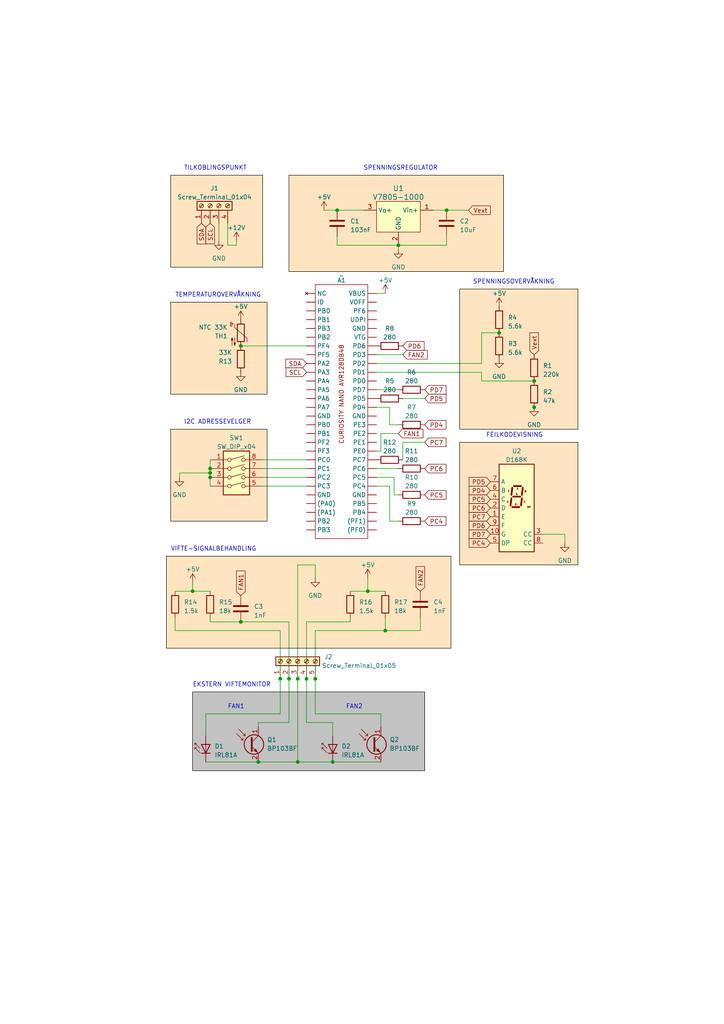
<source format=kicad_sch>
(kicad_sch (version 20230121) (generator eeschema)
  (paper "A4" portrait)
  (lib_symbols
    (symbol "Connector:Screw_Terminal_01x04" (pin_names (offset 1.016) hide)
      (property "Reference" "J" (at 0 5.08 0))
      (property "Value" "Screw_Terminal_01x04" (at 0 -7.62 0))
      (symbol "Screw_Terminal_01x04_1_1"
        (rectangle (start -1.27 3.81) (end 1.27 -6.35) (stroke (width 0.254)) (fill (type background)))
        (circle (center 0 -5.08) (radius 0.635) (stroke (width 0.1524)))
        (circle (center 0 -2.54) (radius 0.635) (stroke (width 0.1524)))
        (polyline (pts (xy -0.5334 -4.7498) (xy 0.3302 -5.588)) (stroke (width 0.1524)))
        (polyline (pts (xy -0.5334 -2.2098) (xy 0.3302 -3.048)) (stroke (width 0.1524)))
        (polyline (pts (xy -0.5334 0.3302) (xy 0.3302 -0.508)) (stroke (width 0.1524)))
        (polyline (pts (xy -0.5334 2.8702) (xy 0.3302 2.032)) (stroke (width 0.1524)))
        (polyline (pts (xy -0.3556 -4.572) (xy 0.508 -5.4102)) (stroke (width 0.1524)))
        (polyline (pts (xy -0.3556 -2.032) (xy 0.508 -2.8702)) (stroke (width 0.1524)))
        (polyline (pts (xy -0.3556 0.508) (xy 0.508 -0.3302)) (stroke (width 0.1524)))
        (polyline (pts (xy -0.3556 3.048) (xy 0.508 2.2098)) (stroke (width 0.1524)))
        (circle (center 0 0) (radius 0.635) (stroke (width 0.1524)))
        (circle (center 0 2.54) (radius 0.635) (stroke (width 0.1524)))
        (pin passive line (at -5.08 2.54 0) (length 3.81) (name "Pin_1") (number "1"))
        (pin passive line (at -5.08 0 0) (length 3.81) (name "Pin_2") (number "2"))
        (pin passive line (at -5.08 -2.54 0) (length 3.81) (name "Pin_3") (number "3"))
        (pin passive line (at -5.08 -5.08 0) (length 3.81) (name "Pin_4") (number "4"))
      )
    )
    (symbol "Connector:Screw_Terminal_01x05" (pin_names (offset 1.016) hide)
      (property "Reference" "J" (at 0 7.62 0))
      (property "Value" "Screw_Terminal_01x05" (at 0 -7.62 0))
      (symbol "Screw_Terminal_01x05_1_1"
        (rectangle (start -1.27 6.35) (end 1.27 -6.35) (stroke (width 0.254)) (fill (type background)))
        (circle (center 0 -5.08) (radius 0.635) (stroke (width 0.1524)))
        (circle (center 0 -2.54) (radius 0.635) (stroke (width 0.1524)))
        (polyline (pts (xy -0.5334 -4.7498) (xy 0.3302 -5.588)) (stroke (width 0.1524)))
        (polyline (pts (xy -0.5334 -2.2098) (xy 0.3302 -3.048)) (stroke (width 0.1524)))
        (polyline (pts (xy -0.5334 0.3302) (xy 0.3302 -0.508)) (stroke (width 0.1524)))
        (polyline (pts (xy -0.5334 2.8702) (xy 0.3302 2.032)) (stroke (width 0.1524)))
        (polyline (pts (xy -0.5334 5.4102) (xy 0.3302 4.572)) (stroke (width 0.1524)))
        (polyline (pts (xy -0.3556 -4.572) (xy 0.508 -5.4102)) (stroke (width 0.1524)))
        (polyline (pts (xy -0.3556 -2.032) (xy 0.508 -2.8702)) (stroke (width 0.1524)))
        (polyline (pts (xy -0.3556 0.508) (xy 0.508 -0.3302)) (stroke (width 0.1524)))
        (polyline (pts (xy -0.3556 3.048) (xy 0.508 2.2098)) (stroke (width 0.1524)))
        (polyline (pts (xy -0.3556 5.588) (xy 0.508 4.7498)) (stroke (width 0.1524)))
        (circle (center 0 0) (radius 0.635) (stroke (width 0.1524)))
        (circle (center 0 2.54) (radius 0.635) (stroke (width 0.1524)))
        (circle (center 0 5.08) (radius 0.635) (stroke (width 0.1524)))
        (pin passive line (at -5.08 5.08 0) (length 3.81) (name "Pin_1") (number "1"))
        (pin passive line (at -5.08 2.54 0) (length 3.81) (name "Pin_2") (number "2"))
        (pin passive line (at -5.08 0 0) (length 3.81) (name "Pin_3") (number "3"))
        (pin passive line (at -5.08 -2.54 0) (length 3.81) (name "Pin_4") (number "4"))
        (pin passive line (at -5.08 -5.08 0) (length 3.81) (name "Pin_5") (number "5"))
      )
    )
    (symbol "Device:C" (pin_numbers hide) (pin_names (offset 0.254))
      (property "Reference" "C" (at 0.635 2.54 0))
      (property "Value" "C" (at 0.635 -2.54 0))
      (symbol "C_0_1"
        (polyline (pts (xy -2.032 -0.762) (xy 2.032 -0.762)) (stroke (width 0.508)))
        (polyline (pts (xy -2.032 0.762) (xy 2.032 0.762)) (stroke (width 0.508)))
      )
      (symbol "C_1_1"
        (pin passive line (at 0 3.81 270) (length 2.794) (name "~") (number "1"))
        (pin passive line (at 0 -3.81 90) (length 2.794) (name "~") (number "2"))
      )
    )
    (symbol "Device:R" (pin_numbers hide) (pin_names (offset 0))
      (property "Reference" "R" (at 2.032 0 90))
      (property "Value" "R" (at 0 0 90))
      (symbol "R_0_1"
        (rectangle (start -1.016 -2.54) (end 1.016 2.54) (stroke (width 0.254)))
      )
      (symbol "R_1_1"
        (pin passive line (at 0 3.81 270) (length 1.27) (name "~") (number "1"))
        (pin passive line (at 0 -3.81 90) (length 1.27) (name "~") (number "2"))
      )
    )
    (symbol "Device:Thermistor_NTC" (pin_numbers hide) (pin_names (offset 0))
      (property "Reference" "TH" (at -4.445 0 90))
      (property "Value" "Thermistor_NTC" (at 3.175 0 90))
      (symbol "Thermistor_NTC_0_1"
        (arc (start -3.048 2.159) (mid -3.0495 2.3143) (end -3.175 2.413))
        (arc (start -3.048 2.159) (mid -2.9736 1.9794) (end -2.794 1.905))
        (arc (start -3.048 2.794) (mid -2.9736 2.6144) (end -2.794 2.54))
        (arc (start -2.794 1.905) (mid -2.6144 1.9794) (end -2.54 2.159))
        (arc (start -2.794 2.54) (mid -2.4393 2.5587) (end -2.159 2.794))
        (arc (start -2.794 3.048) (mid -2.9736 2.9736) (end -3.048 2.794))
        (arc (start -2.54 2.794) (mid -2.6144 2.9736) (end -2.794 3.048))
        (rectangle (start -1.016 2.54) (end 1.016 -2.54) (stroke (width 0.254)))
        (polyline (pts (xy -2.54 2.159) (xy -2.54 2.794)))
        (polyline (pts (xy -1.778 2.54) (xy -1.778 1.524) (xy 1.778 -1.524) (xy 1.778 -2.54)))
        (polyline (pts (xy -2.54 -3.683) (xy -2.54 -1.397) (xy -2.794 -2.159) (xy -2.286 -2.159) (xy -2.54 -1.397) (xy -2.54 -1.651)) (fill (type outline)))
        (polyline (pts (xy -1.778 -1.397) (xy -1.778 -3.683) (xy -2.032 -2.921) (xy -1.524 -2.921) (xy -1.778 -3.683) (xy -1.778 -3.429)) (fill (type outline)))
      )
      (symbol "Thermistor_NTC_1_1"
        (pin passive line (at 0 3.81 270) (length 1.27) (name "~") (number "1"))
        (pin passive line (at 0 -3.81 90) (length 1.27) (name "~") (number "2"))
      )
    )
    (symbol "Display_Character:D168K"
      (property "Reference" "U" (at -2.54 13.97 0))
      (property "Value" "D168K" (at 1.27 13.97 0))
      (symbol "D168K_0_0"
        (text "A" (at 0.254 5.588 0) (effects (font (size 0.508 0.508))))
        (text "B" (at 2.54 4.826 0) (effects (font (size 0.508 0.508))))
        (text "C" (at 2.286 1.778 0) (effects (font (size 0.508 0.508))))
        (text "D" (at -0.254 1.016 0) (effects (font (size 0.508 0.508))))
        (text "DP" (at 3.556 0.254 0) (effects (font (size 0.508 0.508))))
        (text "E" (at -2.54 1.778 0) (effects (font (size 0.508 0.508))))
        (text "F" (at -2.286 4.826 0) (effects (font (size 0.508 0.508))))
        (text "G" (at 0 4.064 0) (effects (font (size 0.508 0.508))))
      )
      (symbol "D168K_0_1"
        (rectangle (start -5.08 12.7) (end 5.08 -12.7) (stroke (width 0.254)) (fill (type background)))
        (polyline (pts (xy -1.524 2.794) (xy -1.778 0.762)) (stroke (width 0.508)))
        (polyline (pts (xy -1.27 0.254) (xy 0.762 0.254)) (stroke (width 0.508)))
        (polyline (pts (xy -1.27 5.842) (xy -1.524 3.81)) (stroke (width 0.508)))
        (polyline (pts (xy -1.016 3.302) (xy 1.016 3.302)) (stroke (width 0.508)))
        (polyline (pts (xy -0.762 6.35) (xy 1.27 6.35)) (stroke (width 0.508)))
        (polyline (pts (xy 1.524 2.794) (xy 1.27 0.762)) (stroke (width 0.508)))
        (polyline (pts (xy 1.778 5.842) (xy 1.524 3.81)) (stroke (width 0.508)))
        (polyline (pts (xy 2.54 0.254) (xy 2.54 0.254)) (stroke (width 0.508)))
      )
      (symbol "D168K_1_1"
        (pin input line (at -7.62 -2.54 0) (length 2.54) (name "E") (number "1"))
        (pin input line (at -7.62 -7.62 0) (length 2.54) (name "G") (number "10"))
        (pin input line (at -7.62 0 0) (length 2.54) (name "D") (number "2"))
        (pin input line (at 7.62 -7.62 180) (length 2.54) (name "CC") (number "3"))
        (pin input line (at -7.62 2.54 0) (length 2.54) (name "C") (number "4"))
        (pin input line (at -7.62 -10.16 0) (length 2.54) (name "DP") (number "5"))
        (pin input line (at -7.62 5.08 0) (length 2.54) (name "B") (number "6"))
        (pin input line (at -7.62 7.62 0) (length 2.54) (name "A") (number "7"))
        (pin input line (at 7.62 -10.16 180) (length 2.54) (name "CC") (number "8"))
        (pin input line (at -7.62 -5.08 0) (length 2.54) (name "F") (number "9"))
      )
    )
    (symbol "LED:IRL81A" (pin_numbers hide) (pin_names (offset 1.016) hide)
      (property "Reference" "D" (at 0.508 1.778 0))
      (property "Value" "IRL81A" (at -1.016 -2.794 0))
      (symbol "IRL81A_0_1"
        (polyline (pts (xy -2.54 0) (xy 0 0)))
        (polyline (pts (xy -2.54 1.27) (xy -2.54 -1.27)) (stroke (width 0.254)))
        (polyline (pts (xy 0.381 3.175) (xy -0.127 3.175)))
        (polyline (pts (xy -1.143 1.651) (xy 0.381 3.175) (xy 0.381 2.667)))
        (polyline (pts (xy 0 -1.27) (xy 0 1.27) (xy -2.54 0) (xy 0 -1.27)) (stroke (width 0.254)))
        (polyline (pts (xy -2.413 1.651) (xy -0.889 3.175) (xy -0.889 2.667) (xy -0.889 3.175) (xy -1.397 3.175)))
      )
      (symbol "IRL81A_1_1"
        (pin passive line (at -5.08 0 0) (length 2.54) (name "K") (number "1"))
        (pin passive line (at 2.54 0 180) (length 2.54) (name "A") (number "2"))
      )
    )
    (symbol "Sensor_Optical:BP103BF" (pin_names (offset 0) hide)
      (property "Reference" "Q" (at 5.08 1.27 0))
      (property "Value" "BP103BF" (at 5.08 -1.27 0))
      (symbol "BP103BF_0_1"
        (polyline (pts (xy -1.905 1.27) (xy -2.54 1.27)))
        (polyline (pts (xy -1.27 2.54) (xy -1.905 2.54)))
        (polyline (pts (xy 0.635 0.635) (xy 2.54 2.54)))
        (polyline (pts (xy -3.81 3.175) (xy -1.905 1.27) (xy -1.905 1.905)))
        (polyline (pts (xy -3.175 4.445) (xy -1.27 2.54) (xy -1.27 3.175)))
        (polyline (pts (xy 0.635 -0.635) (xy 2.54 -2.54) (xy 2.54 -2.54)))
        (polyline (pts (xy 0.635 1.905) (xy 0.635 -1.905) (xy 0.635 -1.905)) (stroke (width 0.508)))
        (polyline (pts (xy 1.27 -1.778) (xy 1.778 -1.27) (xy 2.286 -2.286) (xy 1.27 -1.778) (xy 1.27 -1.778)) (fill (type outline)))
        (circle (center 1.27 0) (radius 2.8194) (stroke (width 0.254)))
      )
      (symbol "BP103BF_1_1"
        (pin passive line (at 2.54 5.08 270) (length 2.54) (name "C") (number "1"))
        (pin passive line (at 2.54 -5.08 90) (length 2.54) (name "E") (number "2"))
      )
    )
    (symbol "Switch:SW_DIP_x04" (pin_names (offset 0) hide)
      (property "Reference" "SW" (at 0 8.89 0))
      (property "Value" "SW_DIP_x04" (at 0 -6.35 0))
      (symbol "SW_DIP_x04_0_0"
        (circle (center -2.032 -2.54) (radius 0.508))
        (circle (center -2.032 0) (radius 0.508))
        (circle (center -2.032 2.54) (radius 0.508))
        (circle (center -2.032 5.08) (radius 0.508))
        (polyline (pts (xy -1.524 -2.3876) (xy 2.3622 -1.3462)))
        (polyline (pts (xy -1.524 0.127) (xy 2.3622 1.1684)))
        (polyline (pts (xy -1.524 2.667) (xy 2.3622 3.7084)))
        (polyline (pts (xy -1.524 5.207) (xy 2.3622 6.2484)))
        (circle (center 2.032 -2.54) (radius 0.508))
        (circle (center 2.032 0) (radius 0.508))
        (circle (center 2.032 2.54) (radius 0.508))
        (circle (center 2.032 5.08) (radius 0.508))
      )
      (symbol "SW_DIP_x04_0_1"
        (rectangle (start -3.81 7.62) (end 3.81 -5.08) (stroke (width 0.254)) (fill (type background)))
      )
      (symbol "SW_DIP_x04_1_1"
        (pin passive line (at -7.62 5.08 0) (length 5.08) (name "~") (number "1"))
        (pin passive line (at -7.62 2.54 0) (length 5.08) (name "~") (number "2"))
        (pin passive line (at -7.62 0 0) (length 5.08) (name "~") (number "3"))
        (pin passive line (at -7.62 -2.54 0) (length 5.08) (name "~") (number "4"))
        (pin passive line (at 7.62 -2.54 180) (length 5.08) (name "~") (number "5"))
        (pin passive line (at 7.62 0 180) (length 5.08) (name "~") (number "6"))
        (pin passive line (at 7.62 2.54 180) (length 5.08) (name "~") (number "7"))
        (pin passive line (at 7.62 5.08 180) (length 5.08) (name "~") (number "8"))
      )
    )
    (symbol "dk_DC-DC-Converters:V7805-1000"
      (property "Reference" "U" (at -6.35 6.35 0))
      (property "Value" "V7805-1000" (at 1.27 -5.08 0))
      (symbol "V7805-1000_0_1"
        (rectangle (start -6.35 5.08) (end 6.35 -3.81) (fill (type background)))
      )
      (symbol "V7805-1000_1_1"
        (pin power_in line (at -10.16 2.54 0) (length 3.81) (name "Vin+") (number "1"))
        (pin power_in line (at 0 -7.62 90) (length 3.81) (name "GND") (number "2"))
        (pin power_out line (at 10.16 2.54 180) (length 3.81) (name "Vo+") (number "3"))
      )
    )
    (symbol "power:+12V" (power) (pin_names (offset 0))
      (property "Value" "+12V" (at 0 3.556 0))
      (symbol "+12V_0_1"
        (polyline (pts (xy -0.762 1.27) (xy 0 2.54)))
        (polyline (pts (xy 0 0) (xy 0 2.54)))
        (polyline (pts (xy 0 2.54) (xy 0.762 1.27)))
      )
      (symbol "+12V_1_1"
        (pin power_in line (at 0 0 90) (length 0) hide (name "+12V") (number "1"))
      )
    )
    (symbol "power:+5V" (power) (pin_names (offset 0))
      (property "Value" "+5V" (at 0 3.556 0))
      (symbol "+5V_0_1"
        (polyline (pts (xy -0.762 1.27) (xy 0 2.54)))
        (polyline (pts (xy 0 0) (xy 0 2.54)))
        (polyline (pts (xy 0 2.54) (xy 0.762 1.27)))
      )
      (symbol "+5V_1_1"
        (pin power_in line (at 0 0 90) (length 0) hide (name "+5V") (number "1"))
      )
    )
    (symbol "power:GND" (power) (pin_names (offset 0))
      (property "Value" "GND" (at 0 -3.81 0))
      (symbol "GND_0_1"
        (polyline (pts (xy 0 0) (xy 0 -1.27) (xy 1.27 -1.27) (xy 0 -2.54) (xy -1.27 -1.27) (xy 0 -1.27)))
      )
      (symbol "GND_1_1"
        (pin power_in line (at 0 0 270) (length 0) hide (name "GND") (number "1"))
      )
    )
    (symbol "projectlib:Curiosity_Nano_AVR128DB48"
      (property "Reference" "A" (at 0 34.29 0))
      (symbol "Curiosity_Nano_AVR128DB48_0_1"
        (rectangle (start -7.62 31.75) (end 7.62 -41.91))
      )
      (symbol "Curiosity_Nano_AVR128DB48_1_1"
        (text "CURIOSITY NANO AVR128DB48" (at 0 0 900) (effects (font (size 1.27 1.27))))
        (pin input line (at -10.16 -31.75 0) (length 2.54) (name "(PA0)") (number ""))
        (pin input line (at -10.16 -34.29 0) (length 2.54) (name "(PA1)") (number ""))
        (pin input line (at 10.16 -39.37 180) (length 2.54) (name "(PF0)") (number ""))
        (pin input line (at 10.16 -36.83 180) (length 2.54) (name "(PF1)") (number ""))
        (pin input line (at -10.16 -29.21 0) (length 2.54) (name "GND") (number ""))
        (pin input line (at -10.16 -6.35 0) (length 2.54) (name "GND") (number ""))
        (pin input line (at 10.16 -29.21 180) (length 2.54) (name "GND") (number ""))
        (pin input line (at 10.16 -6.35 180) (length 2.54) (name "GND") (number ""))
        (pin input line (at 10.16 19.05 180) (length 2.54) (name "GND") (number ""))
        (pin input line (at -10.16 26.67 0) (length 2.54) (name "ID") (number ""))
        (pin no_connect line (at -10.16 29.21 0) (length 2.54) (name "NC") (number ""))
        (pin input line (at -10.16 8.89 0) (length 2.54) (name "PA2") (number ""))
        (pin input line (at -10.16 6.35 0) (length 2.54) (name "PA3") (number ""))
        (pin input line (at -10.16 3.81 0) (length 2.54) (name "PA4") (number ""))
        (pin input line (at -10.16 1.27 0) (length 2.54) (name "PA5") (number ""))
        (pin input line (at -10.16 -1.27 0) (length 2.54) (name "PA6") (number ""))
        (pin input line (at -10.16 -3.81 0) (length 2.54) (name "PA7") (number ""))
        (pin input line (at -10.16 -8.89 0) (length 2.54) (name "PB0") (number ""))
        (pin input line (at -10.16 24.13 0) (length 2.54) (name "PB0") (number ""))
        (pin input line (at -10.16 -11.43 0) (length 2.54) (name "PB1") (number ""))
        (pin input line (at -10.16 21.59 0) (length 2.54) (name "PB1") (number ""))
        (pin input line (at -10.16 -36.83 0) (length 2.54) (name "PB2") (number ""))
        (pin input line (at -10.16 16.51 0) (length 2.54) (name "PB2") (number ""))
        (pin input line (at -10.16 -39.37 0) (length 2.54) (name "PB3") (number ""))
        (pin input line (at -10.16 19.05 0) (length 2.54) (name "PB3") (number ""))
        (pin input line (at 10.16 -34.29 180) (length 2.54) (name "PB4") (number ""))
        (pin input line (at 10.16 -31.75 180) (length 2.54) (name "PB5") (number ""))
        (pin input line (at -10.16 -19.05 0) (length 2.54) (name "PC0") (number ""))
        (pin input line (at -10.16 -21.59 0) (length 2.54) (name "PC1") (number ""))
        (pin input line (at -10.16 -24.13 0) (length 2.54) (name "PC2") (number ""))
        (pin input line (at -10.16 -26.67 0) (length 2.54) (name "PC3") (number ""))
        (pin input line (at 10.16 -26.67 180) (length 2.54) (name "PC4") (number ""))
        (pin input line (at 10.16 -24.13 180) (length 2.54) (name "PC5") (number ""))
        (pin input line (at 10.16 -21.59 180) (length 2.54) (name "PC6") (number ""))
        (pin input line (at 10.16 -19.05 180) (length 2.54) (name "PC7") (number ""))
        (pin input line (at 10.16 3.81 180) (length 2.54) (name "PD0") (number ""))
        (pin input line (at 10.16 6.35 180) (length 2.54) (name "PD1") (number ""))
        (pin input line (at 10.16 8.89 180) (length 2.54) (name "PD2") (number ""))
        (pin input line (at 10.16 11.43 180) (length 2.54) (name "PD3") (number ""))
        (pin input line (at 10.16 -3.81 180) (length 2.54) (name "PD4") (number ""))
        (pin input line (at 10.16 -1.27 180) (length 2.54) (name "PD5") (number ""))
        (pin input line (at 10.16 13.97 180) (length 2.54) (name "PD6") (number ""))
        (pin input line (at 10.16 1.27 180) (length 2.54) (name "PD7") (number ""))
        (pin input line (at 10.16 -16.51 180) (length 2.54) (name "PE0") (number ""))
        (pin input line (at 10.16 -13.97 180) (length 2.54) (name "PE1") (number ""))
        (pin input line (at 10.16 -11.43 180) (length 2.54) (name "PE2") (number ""))
        (pin input line (at 10.16 -8.89 180) (length 2.54) (name "PE3") (number ""))
        (pin input line (at -10.16 -13.97 0) (length 2.54) (name "PF2") (number ""))
        (pin input line (at -10.16 -16.51 0) (length 2.54) (name "PF3") (number ""))
        (pin input line (at -10.16 13.97 0) (length 2.54) (name "PF4") (number ""))
        (pin input line (at -10.16 11.43 0) (length 2.54) (name "PF5") (number ""))
        (pin input line (at 10.16 24.13 180) (length 2.54) (name "PF6") (number ""))
        (pin input line (at 10.16 21.59 180) (length 2.54) (name "UDPI") (number ""))
        (pin input line (at 10.16 29.21 180) (length 2.54) (name "VBUS") (number ""))
        (pin input line (at 10.16 26.67 180) (length 2.54) (name "VOFF") (number ""))
        (pin input line (at 10.16 16.51 180) (length 2.54) (name "VTG") (number ""))
      )
    )
  )
  (junction (at 96.52 220.98))
  (junction (at 154.94 110.49))
  (junction (at 60.96 135.89))
  (junction (at 115.57 71.12))
  (junction (at 86.36 220.98))
  (junction (at 91.44 196.85))
  (junction (at 60.96 138.43))
  (junction (at 154.94 118.11))
  (junction (at 69.85 100.33))
  (junction (at 69.85 180.34))
  (junction (at 106.68 171.45))
  (junction (at 60.96 137.16))
  (junction (at 129.54 60.96))
  (junction (at 83.82 196.85))
  (junction (at 81.28 196.85))
  (junction (at 97.79 60.96))
  (junction (at 86.36 196.85))
  (junction (at 55.88 171.45))
  (junction (at 111.76 182.88))
  (junction (at 88.9 196.85))
  (junction (at 74.93 220.98))
  (junction (at 144.78 96.52))
  (wire (pts (xy 50.8 171.45) (xy 55.88 171.45)))
  (wire (pts (xy 59.69 207.01) (xy 81.28 207.01)))
  (wire (pts (xy 60.96 135.89) (xy 60.96 137.16)))
  (wire (pts (xy 74.93 210.82) (xy 74.93 209.55)))
  (wire (pts (xy 116.84 128.27) (xy 123.19 128.27)))
  (wire (pts (xy 113.03 151.13) (xy 115.57 151.13)))
  (wire (pts (xy 96.52 209.55) (xy 88.9 209.55)))
  (wire (pts (xy 96.52 220.98) (xy 110.49 220.98)))
  (wire (pts (xy 60.96 133.35) (xy 60.96 135.89)))
  (wire (pts (xy 60.96 179.07) (xy 60.96 180.34)))
  (wire (pts (xy 110.49 210.82) (xy 110.49 207.01)))
  (wire (pts (xy 115.57 113.03) (xy 109.22 113.03)))
  (wire (pts (xy 86.36 196.85) (xy 86.36 220.98)))
  (wire (pts (xy 66.04 71.12) (xy 66.04 64.77)))
  (wire (pts (xy 76.2 138.43) (xy 88.9 138.43)))
  (wire (pts (xy 91.44 207.01) (xy 91.44 196.85)))
  (wire (pts (xy 111.76 85.09) (xy 109.22 85.09)))
  (wire (pts (xy 114.3 138.43) (xy 109.22 138.43)))
  (wire (pts (xy 101.6 171.45) (xy 106.68 171.45)))
  (wire (pts (xy 81.28 207.01) (xy 81.28 196.85)))
  (wire (pts (xy 88.9 196.85) (xy 88.9 209.55)))
  (wire (pts (xy 55.88 171.45) (xy 60.96 171.45)))
  (wire (pts (xy 74.93 209.55) (xy 83.82 209.55)))
  (wire (pts (xy 83.82 209.55) (xy 83.82 196.85)))
  (wire (pts (xy 76.2 140.97) (xy 88.9 140.97)))
  (wire (pts (xy 97.79 60.96) (xy 105.41 60.96)))
  (wire (pts (xy 74.93 220.98) (xy 86.36 220.98)))
  (wire (pts (xy 115.57 125.73) (xy 110.49 125.73)))
  (wire (pts (xy 111.76 179.07) (xy 111.76 182.88)))
  (wire (pts (xy 110.49 207.01) (xy 91.44 207.01)))
  (wire (pts (xy 96.52 213.36) (xy 96.52 209.55)))
  (wire (pts (xy 69.85 180.34) (xy 83.82 180.34)))
  (wire (pts (xy 106.68 171.45) (xy 111.76 171.45)))
  (wire (pts (xy 60.96 138.43) (xy 60.96 140.97)))
  (wire (pts (xy 63.5 69.85) (xy 63.5 64.77)))
  (wire (pts (xy 59.69 213.36) (xy 59.69 207.01)))
  (wire (pts (xy 74.93 220.98) (xy 59.69 220.98)))
  (wire (pts (xy 111.76 182.88) (xy 91.44 182.88)))
  (wire (pts (xy 109.22 118.11) (xy 113.03 118.11)))
  (wire (pts (xy 154.94 119.38) (xy 154.94 118.11)))
  (wire (pts (xy 116.84 102.87) (xy 109.22 102.87)))
  (wire (pts (xy 55.88 168.91) (xy 55.88 171.45)))
  (wire (pts (xy 113.03 140.97) (xy 109.22 140.97)))
  (wire (pts (xy 115.57 72.39) (xy 115.57 71.12)))
  (wire (pts (xy 110.49 130.81) (xy 109.22 130.81)))
  (wire (pts (xy 125.73 60.96) (xy 129.54 60.96)))
  (wire (pts (xy 115.57 143.51) (xy 114.3 143.51)))
  (wire (pts (xy 52.07 138.43) (xy 52.07 137.16)))
  (wire (pts (xy 91.44 163.83) (xy 91.44 167.64)))
  (wire (pts (xy 121.92 182.88) (xy 121.92 179.07)))
  (wire (pts (xy 76.2 135.89) (xy 88.9 135.89)))
  (wire (pts (xy 50.8 179.07) (xy 50.8 182.88)))
  (wire (pts (xy 123.19 115.57) (xy 116.84 115.57)))
  (wire (pts (xy 88.9 196.85) (xy 88.9 180.34)))
  (wire (pts (xy 113.03 118.11) (xy 113.03 123.19)))
  (wire (pts (xy 139.7 105.41) (xy 109.22 105.41)))
  (wire (pts (xy 116.84 133.35) (xy 116.84 128.27)))
  (wire (pts (xy 110.49 125.73) (xy 110.49 130.81)))
  (wire (pts (xy 93.98 60.96) (xy 97.79 60.96)))
  (wire (pts (xy 113.03 151.13) (xy 113.03 140.97)))
  (wire (pts (xy 91.44 182.88) (xy 91.44 196.85)))
  (wire (pts (xy 109.22 135.89) (xy 115.57 135.89)))
  (wire (pts (xy 52.07 137.16) (xy 60.96 137.16)))
  (wire (pts (xy 113.03 123.19) (xy 115.57 123.19)))
  (wire (pts (xy 97.79 68.58) (xy 97.79 71.12)))
  (wire (pts (xy 83.82 180.34) (xy 83.82 196.85)))
  (wire (pts (xy 86.36 196.85) (xy 86.36 163.83)))
  (wire (pts (xy 163.83 157.48) (xy 163.83 154.94)))
  (wire (pts (xy 101.6 180.34) (xy 101.6 179.07)))
  (wire (pts (xy 139.7 107.95) (xy 109.22 107.95)))
  (wire (pts (xy 68.58 69.85) (xy 68.58 71.12)))
  (wire (pts (xy 106.68 167.64) (xy 106.68 171.45)))
  (wire (pts (xy 60.96 137.16) (xy 60.96 138.43)))
  (wire (pts (xy 129.54 71.12) (xy 115.57 71.12)))
  (wire (pts (xy 69.85 100.33) (xy 88.9 100.33)))
  (wire (pts (xy 163.83 154.94) (xy 157.48 154.94)))
  (wire (pts (xy 135.89 60.96) (xy 129.54 60.96)))
  (wire (pts (xy 144.78 96.52) (xy 139.7 96.52)))
  (wire (pts (xy 81.28 182.88) (xy 81.28 196.85)))
  (wire (pts (xy 50.8 182.88) (xy 81.28 182.88)))
  (wire (pts (xy 114.3 143.51) (xy 114.3 138.43)))
  (wire (pts (xy 76.2 133.35) (xy 88.9 133.35)))
  (wire (pts (xy 86.36 220.98) (xy 96.52 220.98)))
  (wire (pts (xy 139.7 96.52) (xy 139.7 105.41)))
  (wire (pts (xy 139.7 110.49) (xy 139.7 107.95)))
  (wire (pts (xy 91.44 163.83) (xy 86.36 163.83)))
  (wire (pts (xy 139.7 110.49) (xy 154.94 110.49)))
  (wire (pts (xy 68.58 71.12) (xy 66.04 71.12)))
  (wire (pts (xy 60.96 180.34) (xy 69.85 180.34)))
  (wire (pts (xy 129.54 68.58) (xy 129.54 71.12)))
  (wire (pts (xy 88.9 180.34) (xy 101.6 180.34)))
  (wire (pts (xy 111.76 182.88) (xy 121.92 182.88)))
  (wire (pts (xy 97.79 71.12) (xy 115.57 71.12)))
  (rectangle (start 55.88 200.66) (end 123.19 223.52) (stroke (width 0) (color 0 0 0 1)) (fill (type color) (color 194 194 194 1)))
  (rectangle (start 49.53 124.46) (end 77.47 151.13) (stroke (width 0) (color 0 0 0 1)) (fill (type color) (color 255 229 191 1)))
  (rectangle (start 48.26 161.29) (end 130.81 187.96) (stroke (width 0) (color 0 0 0 1)) (fill (type color) (color 255 229 191 1)))
  (rectangle (start 49.53 50.8) (end 76.2 77.47) (stroke (width 0) (color 0 0 0 1)) (fill (type color) (color 255 229 191 1)))
  (rectangle (start 49.53 87.63) (end 77.47 114.3) (stroke (width 0) (color 0 0 0 1)) (fill (type color) (color 255 229 191 1)))
  (rectangle (start 133.35 83.82) (end 167.64 124.46) (stroke (width 0) (color 0 0 0 1)) (fill (type color) (color 255 229 191 1)))
  (rectangle (start 133.35 128.27) (end 167.64 163.83) (stroke (width 0) (color 0 0 0 1)) (fill (type color) (color 255 229 191 1)))
  (rectangle (start 83.82 50.8) (end 146.05 78.74) (stroke (width 0) (color 0 0 0 1)) (fill (type color) (color 255 229 191 1)))
  (text "I2C ADRESSEVELGER" (at 53.34 123.19 0) (effects (font (size 1.27 1.27)) (justify left bottom)))
  (text "SPENNINGSREGULATOR" (at 105.41 49.53 0) (effects (font (size 1.27 1.27)) (justify left bottom)))
  (text "VIFTE-SIGNALBEHANDLING" (at 49.53 160.02 0) (effects (font (size 1.27 1.27)) (justify left bottom)))
  (text "SPENNINGSOVERVÅKNING" (at 137.16 82.55 0) (effects (font (size 1.27 1.27)) (justify left bottom)))
  (text "TILKOBLINGSPUNKT" (at 53.34 49.53 0) (effects (font (size 1.27 1.27)) (justify left bottom)))
  (text "FAN2" (at 100.33 205.74 0) (effects (font (size 1.27 1.27)) (justify left bottom)))
  (text "EKSTERN VIFTEMONITOR" (at 55.88 199.39 0) (effects (font (size 1.27 1.27)) (justify left bottom)))
  (text "FAN1" (at 66.04 205.74 0) (effects (font (size 1.27 1.27)) (justify left bottom)))
  (text "TEMPERATUROVERVÅKNING" (at 50.8 86.36 0) (effects (font (size 1.27 1.27)) (justify left bottom)))
  (text "FEILKODEVISNING" (at 140.97 127 0) (effects (font (size 1.27 1.27)) (justify left bottom)))
  (global_label "SCL" (shape input) (at 60.96 64.77 270) (property "Intersheetrefs" "${INTERSHEET_REFS}" (effects hide)))
  (global_label "PC6" (shape input) (at 142.24 147.32 180) (property "Intersheetrefs" "${INTERSHEET_REFS}" (effects hide)))
  (global_label "SCL" (shape input) (at 88.9 107.95 180) (property "Intersheetrefs" "${INTERSHEET_REFS}" (effects hide)))
  (global_label "FAN2" (shape input) (at 116.84 102.87 0) (property "Intersheetrefs" "${INTERSHEET_REFS}" (effects hide)))
  (global_label "PC7" (shape input) (at 123.19 128.27 0) (property "Intersheetrefs" "${INTERSHEET_REFS}" (effects hide)))
  (global_label "FAN2" (shape input) (at 121.92 171.45 90) (property "Intersheetrefs" "${INTERSHEET_REFS}" (effects hide)))
  (global_label "SDA" (shape input) (at 88.9 105.41 180) (property "Intersheetrefs" "${INTERSHEET_REFS}" (effects hide)))
  (global_label "PD4" (shape input) (at 123.19 123.19 0) (property "Intersheetrefs" "${INTERSHEET_REFS}" (effects hide)))
  (global_label "Vext" (shape input) (at 135.89 60.96 0) (property "Intersheetrefs" "${INTERSHEET_REFS}" (effects hide)))
  (global_label "PC5" (shape input) (at 142.24 144.78 180) (property "Intersheetrefs" "${INTERSHEET_REFS}" (effects hide)))
  (global_label "PD5" (shape input) (at 123.19 115.57 0) (property "Intersheetrefs" "${INTERSHEET_REFS}" (effects hide)))
  (global_label "PC7" (shape input) (at 142.24 149.86 180) (property "Intersheetrefs" "${INTERSHEET_REFS}" (effects hide)))
  (global_label "PC6" (shape input) (at 123.19 135.89 0) (property "Intersheetrefs" "${INTERSHEET_REFS}" (effects hide)))
  (global_label "PC5" (shape input) (at 123.19 143.51 0) (property "Intersheetrefs" "${INTERSHEET_REFS}" (effects hide)))
  (global_label "FAN1" (shape input) (at 69.85 172.72 90) (property "Intersheetrefs" "${INTERSHEET_REFS}" (effects hide)))
  (global_label "PD6" (shape input) (at 116.84 100.33 0) (property "Intersheetrefs" "${INTERSHEET_REFS}" (effects hide)))
  (global_label "FAN1" (shape input) (at 115.57 125.73 0) (property "Intersheetrefs" "${INTERSHEET_REFS}" (effects hide)))
  (global_label "PC4" (shape input) (at 142.24 157.48 180) (property "Intersheetrefs" "${INTERSHEET_REFS}" (effects hide)))
  (global_label "Vext" (shape input) (at 154.94 102.87 90) (property "Intersheetrefs" "${INTERSHEET_REFS}" (effects hide)))
  (global_label "PD5" (shape input) (at 142.24 139.7 180) (property "Intersheetrefs" "${INTERSHEET_REFS}" (effects hide)))
  (global_label "PD6" (shape input) (at 142.24 152.4 180) (property "Intersheetrefs" "${INTERSHEET_REFS}" (effects hide)))
  (global_label "PC4" (shape input) (at 123.19 151.13 0) (property "Intersheetrefs" "${INTERSHEET_REFS}" (effects hide)))
  (global_label "PD7" (shape input) (at 123.19 113.03 0) (property "Intersheetrefs" "${INTERSHEET_REFS}" (effects hide)))
  (global_label "PD7" (shape input) (at 142.24 154.94 180) (property "Intersheetrefs" "${INTERSHEET_REFS}" (effects hide)))
  (global_label "PD4" (shape input) (at 142.24 142.24 180) (property "Intersheetrefs" "${INTERSHEET_REFS}" (effects hide)))
  (global_label "SDA" (shape input) (at 58.42 64.77 270) (property "Intersheetrefs" "${INTERSHEET_REFS}" (effects hide)))
  (symbol (lib_id "power:+5V") (at 111.76 85.09 0) (unit 1)
    (property "Reference" "#PWR04" (effects hide))
    (property "Value" "+5V" (at 111.76 81.28 0))
  )
  (symbol (lib_id "Connector:Screw_Terminal_01x05") (at 86.36 191.77 90) (unit 1)
    (property "Reference" "J2" (at 95.25 190.5 90))
    (property "Value" "Screw_Terminal_01x05" (at 104.14 193.04 90))
  )
  (symbol (lib_id "power:GND") (at 91.44 167.64 0) (unit 1)
    (property "Reference" "#PWR013" (effects hide))
    (property "Value" "GND" (at 91.44 172.72 0))
  )
  (symbol (lib_id "Display_Character:D168K") (at 149.86 147.32 0) (unit 1)
    (property "Reference" "U2" (at 149.86 130.81 0))
    (property "Value" "D168K" (at 149.86 133.35 0))
    (property "Footprint" "Display_7Segment:D1X8K" (effects hide))
    (property "Datasheet" "https://ia800903.us.archive.org/24/items/CTKD1x8K/Cromatek%20D168K.pdf" (effects hide))
  )
  (symbol (lib_id "Device:C") (at 69.85 176.53 0) (unit 1)
    (property "Reference" "C3" (at 73.66 175.895 0) (effects (justify left)))
    (property "Value" "1nF" (at 73.66 178.435 0) (effects (justify left)))
  )
  (symbol (lib_id "Device:C") (at 129.54 64.77 0) (unit 1)
    (property "Reference" "C2" (at 133.35 64.135 0) (effects (justify left)))
    (property "Value" "10uF" (at 133.35 66.675 0) (effects (justify left)))
  )
  (symbol (lib_id "Sensor_Optical:BP103BF") (at 72.39 215.9 0) (unit 1)
    (property "Reference" "Q1" (at 77.47 214.5157 0) (effects (justify left)))
    (property "Value" "BP103BF" (at 77.47 217.0557 0) (effects (justify left)))
    (property "Footprint" "LED_THT:LED_D5.0mm_Clear" (effects hide))
    (property "Datasheet" "http://www.b-kainka.de/Daten/Sensor/bp103bf.pdf" (effects hide))
  )
  (symbol (lib_id "power:GND") (at 115.57 72.39 0) (unit 1)
    (property "Reference" "#PWR02" (effects hide))
    (property "Value" "GND" (at 115.57 77.47 0))
  )
  (symbol (lib_id "LED:IRL81A") (at 59.69 215.9 90) (unit 1)
    (property "Reference" "D1" (at 62.23 216.408 90) (effects (justify right)))
    (property "Value" "IRL81A" (at 62.23 218.948 90) (effects (justify right)))
    (property "Footprint" "LED_THT:LED_SideEmitter_Rectangular_W4.5mm_H1.6mm" (effects hide))
    (property "Datasheet" "http://www.osram-os.com/Graphics/XPic0/00203825_0.pdf" (effects hide))
  )
  (symbol (lib_id "power:+5V") (at 144.78 88.9 0) (unit 1)
    (property "Reference" "#PWR06" (effects hide))
    (property "Value" "+5V" (at 144.78 85.09 0))
  )
  (symbol (lib_id "Device:R") (at 50.8 175.26 0) (unit 1)
    (property "Reference" "R14" (at 53.34 174.625 0) (effects (justify left)))
    (property "Value" "1.5k" (at 53.34 177.165 0) (effects (justify left)))
  )
  (symbol (lib_id "Switch:SW_DIP_x04") (at 68.58 138.43 0) (unit 1)
    (property "Reference" "SW1" (at 68.58 127 0))
    (property "Value" "SW_DIP_x04" (at 68.58 129.54 0))
  )
  (symbol (lib_id "Device:R") (at 60.96 175.26 0) (unit 1)
    (property "Reference" "R15" (at 63.5 174.625 0) (effects (justify left)))
    (property "Value" "18k" (at 63.5 177.165 0) (effects (justify left)))
  )
  (symbol (lib_id "power:GND") (at 163.83 157.48 0) (unit 1)
    (property "Reference" "#PWR07" (effects hide))
    (property "Value" "GND" (at 163.83 162.56 0))
  )
  (symbol (lib_id "power:GND") (at 154.94 118.11 0) (unit 1)
    (property "Reference" "#PWR01" (effects hide))
    (property "Value" "GND" (at 154.94 123.19 0))
  )
  (symbol (lib_id "power:GND") (at 69.85 107.95 0) (unit 1)
    (property "Reference" "#PWR012" (effects hide))
    (property "Value" "GND" (at 69.85 113.03 0))
  )
  (symbol (lib_id "projectlib:Curiosity_Nano_AVR128DB48") (at 99.06 114.3 0) (unit 1)
    (property "Reference" "A1" (at 99.06 81.28 0))
    (property "Value" "~" (at 99.06 80.01 0))
  )
  (symbol (lib_id "power:+5V") (at 55.88 168.91 0) (unit 1)
    (property "Reference" "#PWR014" (effects hide))
    (property "Value" "+5V" (at 55.88 165.1 0))
  )
  (symbol (lib_id "power:+5V") (at 69.85 92.71 0) (unit 1)
    (property "Reference" "#PWR011" (effects hide))
    (property "Value" "+5V" (at 69.85 88.9 0))
  )
  (symbol (lib_id "Device:R") (at 119.38 151.13 270) (unit 1)
    (property "Reference" "R9" (at 119.38 146.05 90))
    (property "Value" "280" (at 119.38 148.59 90))
  )
  (symbol (lib_id "Device:C") (at 121.92 175.26 0) (unit 1)
    (property "Reference" "C4" (at 125.73 174.625 0) (effects (justify left)))
    (property "Value" "1nF" (at 125.73 177.165 0) (effects (justify left)))
  )
  (symbol (lib_id "Device:R") (at 154.94 106.68 0) (unit 1)
    (property "Reference" "R1" (at 157.48 106.045 0) (effects (justify left)))
    (property "Value" "220k" (at 157.48 108.585 0) (effects (justify left)))
  )
  (symbol (lib_id "power:+5V") (at 93.98 60.96 0) (unit 1)
    (property "Reference" "#PWR03" (effects hide))
    (property "Value" "+5V" (at 93.98 57.15 0))
  )
  (symbol (lib_id "Device:R") (at 119.38 123.19 270) (unit 1)
    (property "Reference" "R7" (at 119.38 118.11 90))
    (property "Value" "280" (at 119.38 120.65 90))
  )
  (symbol (lib_id "Device:R") (at 113.03 115.57 270) (unit 1)
    (property "Reference" "R5" (at 113.03 110.49 90))
    (property "Value" "280" (at 113.03 113.03 90))
  )
  (symbol (lib_id "Sensor_Optical:BP103BF") (at 107.95 215.9 0) (unit 1)
    (property "Reference" "Q2" (at 113.03 214.5157 0) (effects (justify left)))
    (property "Value" "BP103BF" (at 113.03 217.0557 0) (effects (justify left)))
    (property "Footprint" "LED_THT:LED_D5.0mm_Clear" (effects hide))
    (property "Datasheet" "http://www.b-kainka.de/Daten/Sensor/bp103bf.pdf" (effects hide))
  )
  (symbol (lib_id "Device:R") (at 144.78 92.71 0) (unit 1)
    (property "Reference" "R4" (at 147.32 92.075 0) (effects (justify left)))
    (property "Value" "5.6k" (at 147.32 94.615 0) (effects (justify left)))
  )
  (symbol (lib_id "Device:R") (at 69.85 104.14 180) (unit 1)
    (property "Reference" "R13" (at 67.31 104.775 0) (effects (justify left)))
    (property "Value" "33K" (at 67.31 102.235 0) (effects (justify left)))
  )
  (symbol (lib_id "Device:C") (at 97.79 64.77 0) (unit 1)
    (property "Reference" "C1" (at 101.6 64.135 0) (effects (justify left)))
    (property "Value" "103nF" (at 101.6 66.675 0) (effects (justify left)))
  )
  (symbol (lib_id "power:GND") (at 63.5 69.85 0) (unit 1)
    (property "Reference" "#PWR09" (effects hide))
    (property "Value" "GND" (at 63.5 74.93 0))
  )
  (symbol (lib_id "Device:R") (at 119.38 113.03 90) (unit 1)
    (property "Reference" "R6" (at 119.38 107.95 90))
    (property "Value" "280" (at 119.38 110.49 90))
  )
  (symbol (lib_id "Device:R") (at 119.38 143.51 270) (unit 1)
    (property "Reference" "R10" (at 119.38 138.43 90))
    (property "Value" "280" (at 119.38 140.97 90))
  )
  (symbol (lib_id "Device:R") (at 113.03 133.35 270) (unit 1)
    (property "Reference" "R12" (at 113.03 128.27 90))
    (property "Value" "280" (at 113.03 130.81 90))
  )
  (symbol (lib_id "Connector:Screw_Terminal_01x04") (at 60.96 59.69 90) (unit 1)
    (property "Reference" "J1" (at 62.23 54.61 90))
    (property "Value" "Screw_Terminal_01x04" (at 62.23 57.15 90))
  )
  (symbol (lib_id "LED:IRL81A") (at 96.52 215.9 90) (unit 1)
    (property "Reference" "D2" (at 99.06 216.408 90) (effects (justify right)))
    (property "Value" "IRL81A" (at 99.06 218.948 90) (effects (justify right)))
    (property "Footprint" "LED_THT:LED_SideEmitter_Rectangular_W4.5mm_H1.6mm" (effects hide))
    (property "Datasheet" "http://www.osram-os.com/Graphics/XPic0/00203825_0.pdf" (effects hide))
  )
  (symbol (lib_id "power:GND") (at 144.78 104.14 0) (unit 1)
    (property "Reference" "#PWR05" (effects hide))
    (property "Value" "GND" (at 144.78 109.22 0))
  )
  (symbol (lib_id "Device:Thermistor_NTC") (at 69.85 96.52 0) (unit 1)
    (property "Reference" "TH1" (at 66.04 97.4725 0) (effects (justify right)))
    (property "Value" "NTC 33K" (at 66.04 94.9325 0) (effects (justify right)))
  )
  (symbol (lib_id "Device:R") (at 144.78 100.33 0) (unit 1)
    (property "Reference" "R3" (at 147.32 99.695 0) (effects (justify left)))
    (property "Value" "5.6k" (at 147.32 102.235 0) (effects (justify left)))
  )
  (symbol (lib_id "Device:R") (at 111.76 175.26 0) (unit 1)
    (property "Reference" "R17" (at 114.3 174.625 0) (effects (justify left)))
    (property "Value" "18k" (at 114.3 177.165 0) (effects (justify left)))
  )
  (symbol (lib_id "power:+12V") (at 68.58 69.85 0) (unit 1)
    (property "Reference" "#PWR010" (effects hide))
    (property "Value" "+12V" (at 68.58 66.04 0))
  )
  (symbol (lib_id "Device:R") (at 113.03 100.33 90) (unit 1)
    (property "Reference" "R8" (at 113.03 95.25 90))
    (property "Value" "280" (at 113.03 97.79 90))
  )
  (symbol (lib_id "Device:R") (at 119.38 135.89 270) (unit 1)
    (property "Reference" "R11" (at 119.38 130.81 90))
    (property "Value" "280" (at 119.38 133.35 90))
  )
  (symbol (lib_id "power:+5V") (at 106.68 167.64 0) (unit 1)
    (property "Reference" "#PWR015" (effects hide))
    (property "Value" "+5V" (at 106.68 163.83 0))
  )
  (symbol (lib_id "Device:R") (at 101.6 175.26 0) (unit 1)
    (property "Reference" "R16" (at 104.14 174.625 0) (effects (justify left)))
    (property "Value" "1.5k" (at 104.14 177.165 0) (effects (justify left)))
  )
  (symbol (lib_id "Device:R") (at 154.94 114.3 0) (unit 1)
    (property "Reference" "R2" (at 157.48 113.665 0) (effects (justify left)))
    (property "Value" "47k" (at 157.48 116.205 0) (effects (justify left)))
  )
  (symbol (lib_id "power:GND") (at 52.07 138.43 0) (unit 1)
    (property "Reference" "#PWR08" (effects hide))
    (property "Value" "GND" (at 52.07 143.51 0))
  )
  (symbol (lib_id "dk_DC-DC-Converters:V7805-1000") (at 115.57 63.5 0) (mirror y) (unit 1)
    (property "Reference" "U1" (at 115.57 54.61 0) (effects (font (size 1.524 1.524))))
    (property "Value" "V7805-1000" (at 115.57 57.15 0) (effects (font (size 1.524 1.524))))
    (property "Footprint" "digikey-footprints:3-SIP_Module_V7805-1000" (effects hide))
    (property "Datasheet" "https://www.cui.com/product/resource/digikeypdf/v78xx-1000.pdf" (effects hide))
    (property "Digi-Key_PN" "102-1715-ND" (effects hide))
    (property "MPN" "V7805-1000" (effects hide))
    (property "Category" "Power Supplies - Board Mount" (effects hide))
    (property "Family" "DC DC Converters" (effects hide))
    (property "DK_Datasheet_Link" "https://www.cui.com/product/resource/digikeypdf/v78xx-1000.pdf" (effects hide))
    (property "DK_Detail_Page" "/product-detail/en/cui-inc/V7805-1000/102-1715-ND/1828608" (effects hide))
    (property "Description" "DC DC CONVERTER 5V 5W" (effects hide))
    (property "Manufacturer" "CUI Inc." (effects hide))
    (property "Status" "Active" (effects hide))
  )
)
</source>
